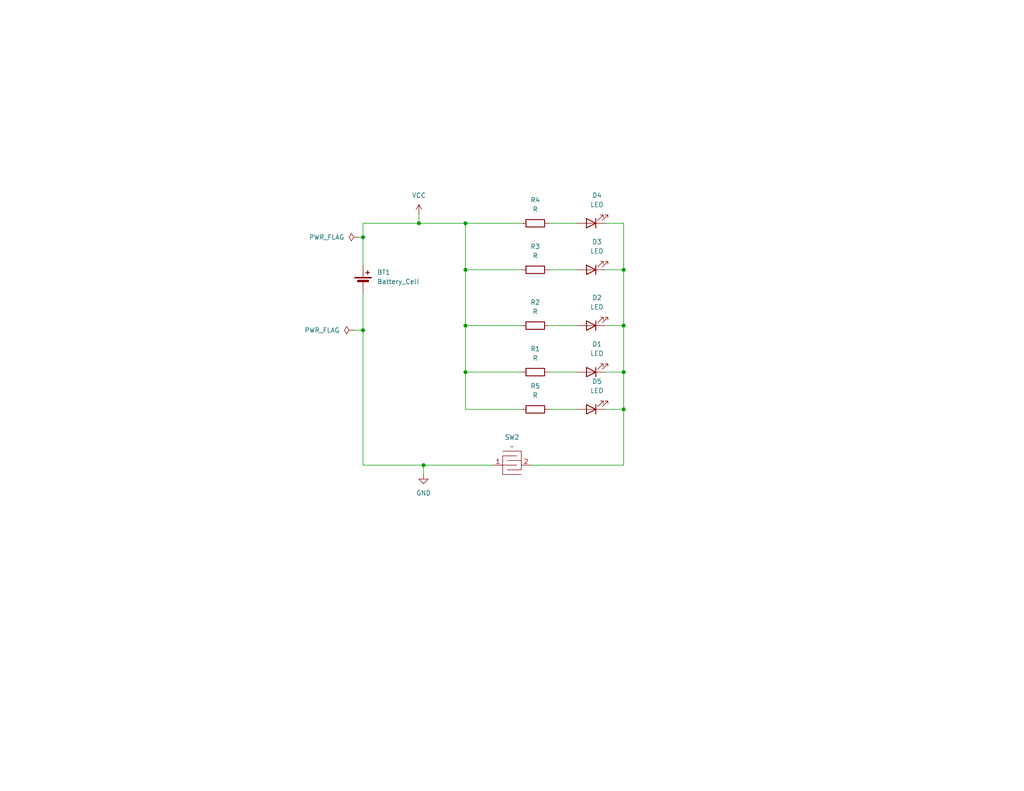
<source format=kicad_sch>
(kicad_sch (version 20250114) (generator "eeschema") (generator_version "9.0")
  (paper "A")
  (title_block (title "Mass") (date "2025-07-16") (rev "0") (company "Scarab Tech LLC"))
  (lib_symbols
    (symbol "Device:Battery_Cell" (pin_numbers (hide yes)) (pin_names (offset 0) (hide yes))
      (property "Reference" "BT" (at 2.54 2.54 0))
      (property "Value" "Battery_Cell" (at 2.54 0 0))
      (symbol "Battery_Cell_0_1"
        (rectangle (start -2.286 1.778) (end 2.286 1.524) (fill (type outline)))
        (rectangle (start -1.524 1.016) (end 1.524 0.508) (fill (type outline)))
        (polyline (pts (xy 0 1.778) (xy 0 2.54)))
        (polyline (pts (xy 0 0.762) (xy 0 0)))
        (polyline (pts (xy 0.762 3.048) (xy 1.778 3.048)) (stroke (width 0.254)))
        (polyline (pts (xy 1.27 3.556) (xy 1.27 2.54)) (stroke (width 0.254)))
      )
      (symbol "Battery_Cell_1_1"
        (pin passive line (at 0 5.08 270) (length 2.54) (name "+") (number "1"))
        (pin passive line (at 0 -2.54 90) (length 2.54) (name "-") (number "2"))
      )
    )
    (symbol "Device:LED" (pin_numbers (hide yes)) (pin_names (offset 1.016) (hide yes))
      (property "Reference" "D" (at 0 2.54 0))
      (property "Value" "LED" (at 0 -2.54 0))
      (symbol "LED_0_1"
        (polyline (pts (xy -3.048 -0.762) (xy -4.572 -2.286) (xy -3.81 -2.286) (xy -4.572 -2.286) (xy -4.572 -1.524)))
        (polyline (pts (xy -1.778 -0.762) (xy -3.302 -2.286) (xy -2.54 -2.286) (xy -3.302 -2.286) (xy -3.302 -1.524)))
        (polyline (pts (xy -1.27 0) (xy 1.27 0)))
        (polyline (pts (xy -1.27 -1.27) (xy -1.27 1.27)) (stroke (width 0.254)))
        (polyline (pts (xy 1.27 -1.27) (xy 1.27 1.27) (xy -1.27 0) (xy 1.27 -1.27)) (stroke (width 0.254)))
      )
      (symbol "LED_1_1"
        (pin passive line (at -3.81 0 0) (length 2.54) (name "K") (number "1"))
        (pin passive line (at 3.81 0 180) (length 2.54) (name "A") (number "2"))
      )
    )
    (symbol "Device:R" (pin_numbers (hide yes)) (pin_names (offset 0))
      (property "Reference" "R" (at 2.032 0 90))
      (property "Value" "R" (at 0 0 90))
      (symbol "R_0_1"
        (rectangle (start -1.016 -2.54) (end 1.016 2.54) (stroke (width 0.254)))
      )
      (symbol "R_1_1"
        (pin passive line (at 0 3.81 270) (length 1.27) (name "~") (number "1"))
        (pin passive line (at 0 -3.81 90) (length 1.27) (name "~") (number "2"))
      )
    )
    (symbol "Touch_Switch_1" (pin_names (hide yes))
      (property "Reference" "SW" (at 0 4.572 0))
      (symbol "Touch_Switch_1_0_1"
        (polyline (pts (xy -2.54 0) (xy 1.27 0)))
        (polyline (pts (xy -2.54 0) (xy -2.54 2.54) (xy 1.27 2.54)))
        (polyline (pts (xy -2.54 0) (xy -2.54 -2.54) (xy 2.54 -2.54)))
        (polyline (pts (xy 2.54 1.27) (xy 2.54 3.81) (xy -2.54 3.81)))
        (polyline (pts (xy 2.54 0) (xy 2.54 1.27) (xy -1.27 1.27)))
        (polyline (pts (xy 2.54 0) (xy 2.54 -1.27) (xy -1.27 -1.27)))
      )
      (symbol "Touch_Switch_1_1_1"
        (pin passive line (at -5.08 0 0) (length 2.54) (name "A") (number "1"))
        (pin passive line (at 5.08 0 180) (length 2.54) (name "B") (number "2"))
      )
    )
    (symbol "power:GND" (power) (pin_numbers (hide yes)) (pin_names (offset 0) (hide yes))
      (property "Value" "GND" (at 0 -3.81 0))
      (symbol "GND_0_1"
        (polyline (pts (xy 0 0) (xy 0 -1.27) (xy 1.27 -1.27) (xy 0 -2.54) (xy -1.27 -1.27) (xy 0 -1.27)))
      )
      (symbol "GND_1_1"
        (pin power_in line (at 0 0 270) (length 0) (name "~") (number "1"))
      )
    )
    (symbol "power:PWR_FLAG" (power) (pin_numbers (hide yes)) (pin_names (offset 0) (hide yes))
      (property "Value" "PWR_FLAG" (at 0 3.81 0))
      (symbol "PWR_FLAG_0_0"
        (pin power_out line (at 0 0 90) (length 0) (name "~") (number "1"))
      )
      (symbol "PWR_FLAG_0_1"
        (polyline (pts (xy 0 0) (xy 0 1.27) (xy -1.016 1.905) (xy 0 2.54) (xy 1.016 1.905) (xy 0 1.27)))
      )
    )
    (symbol "power:VCC" (power) (pin_numbers (hide yes)) (pin_names (offset 0) (hide yes))
      (property "Value" "VCC" (at 0 3.556 0))
      (symbol "VCC_0_1"
        (polyline (pts (xy -0.762 1.27) (xy 0 2.54)))
        (polyline (pts (xy 0 2.54) (xy 0.762 1.27)))
        (polyline (pts (xy 0 0) (xy 0 2.54)))
      )
      (symbol "VCC_1_1"
        (pin power_in line (at 0 0 90) (length 0) (name "~") (number "1"))
      )
    )
  )
  (junction (at 170.18 101.6))
  (junction (at 127 60.96))
  (junction (at 127 73.66))
  (junction (at 170.18 73.66))
  (junction (at 99.06 64.77))
  (junction (at 114.3 60.96))
  (junction (at 99.06 90.17))
  (junction (at 170.18 88.9))
  (junction (at 127 101.6))
  (junction (at 170.18 111.76))
  (junction (at 115.57 127))
  (junction (at 127 88.9))
  (wire (pts (xy 170.18 101.6) (xy 170.18 111.76)))
  (wire (pts (xy 170.18 88.9) (xy 165.1 88.9)))
  (wire (pts (xy 115.57 127) (xy 115.57 129.54)))
  (wire (pts (xy 114.3 60.96) (xy 127 60.96)))
  (wire (pts (xy 97.79 64.77) (xy 99.06 64.77)))
  (wire (pts (xy 127 88.9) (xy 127 73.66)))
  (wire (pts (xy 142.24 101.6) (xy 127 101.6)))
  (wire (pts (xy 149.86 73.66) (xy 157.48 73.66)))
  (wire (pts (xy 170.18 127) (xy 144.78 127)))
  (wire (pts (xy 149.86 111.76) (xy 157.48 111.76)))
  (wire (pts (xy 99.06 72.39) (xy 99.06 64.77)))
  (wire (pts (xy 127 101.6) (xy 127 88.9)))
  (wire (pts (xy 99.06 127) (xy 99.06 90.17)))
  (wire (pts (xy 127 111.76) (xy 127 101.6)))
  (wire (pts (xy 170.18 73.66) (xy 170.18 88.9)))
  (wire (pts (xy 99.06 60.96) (xy 114.3 60.96)))
  (wire (pts (xy 127 73.66) (xy 127 60.96)))
  (wire (pts (xy 149.86 101.6) (xy 157.48 101.6)))
  (wire (pts (xy 115.57 127) (xy 134.62 127)))
  (wire (pts (xy 149.86 88.9) (xy 157.48 88.9)))
  (wire (pts (xy 170.18 60.96) (xy 165.1 60.96)))
  (wire (pts (xy 170.18 111.76) (xy 170.18 127)))
  (wire (pts (xy 170.18 101.6) (xy 165.1 101.6)))
  (wire (pts (xy 149.86 60.96) (xy 157.48 60.96)))
  (wire (pts (xy 142.24 111.76) (xy 127 111.76)))
  (wire (pts (xy 99.06 90.17) (xy 99.06 80.01)))
  (wire (pts (xy 114.3 58.42) (xy 114.3 60.96)))
  (wire (pts (xy 170.18 60.96) (xy 170.18 73.66)))
  (wire (pts (xy 99.06 127) (xy 115.57 127)))
  (wire (pts (xy 142.24 73.66) (xy 127 73.66)))
  (wire (pts (xy 127 60.96) (xy 142.24 60.96)))
  (wire (pts (xy 170.18 73.66) (xy 165.1 73.66)))
  (wire (pts (xy 142.24 88.9) (xy 127 88.9)))
  (wire (pts (xy 96.52 90.17) (xy 99.06 90.17)))
  (wire (pts (xy 99.06 64.77) (xy 99.06 60.96)))
  (wire (pts (xy 170.18 88.9) (xy 170.18 101.6)))
  (wire (pts (xy 170.18 111.76) (xy 165.1 111.76)))
  (symbol (lib_name "Touch_Switch_1") (lib_id "touchswitch:Touch_Switch") (at 139.7 127 0) (unit 1)
    (property "Reference" "SW2" (at 139.7 119.38 0))
    (property "Value" "~" (at 139.7 121.92 0))
    (property "Footprint" "touchswitch:Touch_Switch" (effects (hide yes)))
  )
  (symbol (lib_id "power:PWR_FLAG") (at 96.52 90.17 90) (unit 1)
    (property "Reference" "#FLG02" (effects (hide yes)))
    (property "Value" "PWR_FLAG" (at 92.71 90.1699 90) (effects (justify left)))
    (property "Description" "Special symbol for telling ERC where power comes from" (effects (hide yes)))
  )
  (symbol (lib_id "Device:R") (at 146.05 88.9 90) (unit 1)
    (property "Reference" "R2" (at 146.05 82.55 90))
    (property "Value" "R" (at 146.05 85.09 90))
    (property "Footprint" "Resistor_SMD:R_0603_1608Metric_Pad0.98x0.95mm_HandSolder" (effects (hide yes)))
    (property "Description" "Resistor" (effects (hide yes)))
  )
  (symbol (lib_id "Device:LED") (at 161.29 60.96 180) (unit 1)
    (property "Reference" "D4" (at 162.8775 53.34 0))
    (property "Value" "LED" (at 162.8775 55.88 0))
    (property "Footprint" "LED_SMD:LED_0603_1608Metric_Pad1.05x0.95mm_HandSolder" (effects (hide yes)))
    (property "Description" "Light emitting diode" (effects (hide yes)))
    (property "Sim.Pins" "1=K 2=A" (effects (hide yes)))
  )
  (symbol (lib_id "Device:Battery_Cell") (at 99.06 77.47 0) (unit 1)
    (property "Reference" "BT1" (at 102.87 74.3584 0) (effects (justify left)))
    (property "Value" "Battery_Cell" (at 102.87 76.8984 0) (effects (justify left)))
    (property "Footprint" "Battery:BatteryHolder_Keystone_3034_1x20mm" (effects (hide yes)))
    (property "Description" "Single-cell battery" (effects (hide yes)))
  )
  (symbol (lib_id "Device:R") (at 146.05 111.76 90) (unit 1)
    (property "Reference" "R5" (at 146.05 105.41 90))
    (property "Value" "R" (at 146.05 107.95 90))
    (property "Footprint" "Resistor_SMD:R_0603_1608Metric_Pad0.98x0.95mm_HandSolder" (effects (hide yes)))
    (property "Description" "Resistor" (effects (hide yes)))
  )
  (symbol (lib_id "Device:LED") (at 161.29 101.6 180) (unit 1)
    (property "Reference" "D1" (at 162.8775 93.98 0))
    (property "Value" "LED" (at 162.8775 96.52 0))
    (property "Footprint" "LED_SMD:LED_0603_1608Metric_Pad1.05x0.95mm_HandSolder" (effects (hide yes)))
    (property "Description" "Light emitting diode" (effects (hide yes)))
    (property "Sim.Pins" "1=K 2=A" (effects (hide yes)))
  )
  (symbol (lib_id "Device:LED") (at 161.29 88.9 180) (unit 1)
    (property "Reference" "D2" (at 162.8775 81.28 0))
    (property "Value" "LED" (at 162.8775 83.82 0))
    (property "Footprint" "LED_SMD:LED_0603_1608Metric_Pad1.05x0.95mm_HandSolder" (effects (hide yes)))
    (property "Description" "Light emitting diode" (effects (hide yes)))
    (property "Sim.Pins" "1=K 2=A" (effects (hide yes)))
  )
  (symbol (lib_id "Device:LED") (at 161.29 73.66 180) (unit 1)
    (property "Reference" "D3" (at 162.8775 66.04 0))
    (property "Value" "LED" (at 162.8775 68.58 0))
    (property "Footprint" "LED_SMD:LED_0603_1608Metric_Pad1.05x0.95mm_HandSolder" (effects (hide yes)))
    (property "Description" "Light emitting diode" (effects (hide yes)))
    (property "Sim.Pins" "1=K 2=A" (effects (hide yes)))
  )
  (symbol (lib_id "power:VCC") (at 114.3 58.42 0) (unit 1)
    (property "Reference" "#PWR01" (effects (hide yes)))
    (property "Value" "VCC" (at 114.3 53.34 0))
    (property "Description" "Power symbol creates a global label with name \"VCC\"" (effects (hide yes)))
  )
  (symbol (lib_id "Device:LED") (at 161.29 111.76 180) (unit 1)
    (property "Reference" "D5" (at 162.8775 104.14 0))
    (property "Value" "LED" (at 162.8775 106.68 0))
    (property "Footprint" "LED_SMD:LED_0603_1608Metric_Pad1.05x0.95mm_HandSolder" (effects (hide yes)))
    (property "Description" "Light emitting diode" (effects (hide yes)))
    (property "Sim.Pins" "1=K 2=A" (effects (hide yes)))
  )
  (symbol (lib_id "power:GND") (at 115.57 129.54 0) (unit 1)
    (property "Reference" "#PWR02" (effects (hide yes)))
    (property "Value" "GND" (at 115.57 134.62 0))
    (property "Description" "Power symbol creates a global label with name \"GND\" , ground" (effects (hide yes)))
  )
  (symbol (lib_id "Device:R") (at 146.05 60.96 90) (unit 1)
    (property "Reference" "R4" (at 146.05 54.61 90))
    (property "Value" "R" (at 146.05 57.15 90))
    (property "Footprint" "Resistor_SMD:R_0603_1608Metric_Pad0.98x0.95mm_HandSolder" (effects (hide yes)))
    (property "Description" "Resistor" (effects (hide yes)))
  )
  (symbol (lib_id "Device:R") (at 146.05 73.66 90) (unit 1)
    (property "Reference" "R3" (at 146.05 67.31 90))
    (property "Value" "R" (at 146.05 69.85 90))
    (property "Footprint" "Resistor_SMD:R_0603_1608Metric_Pad0.98x0.95mm_HandSolder" (effects (hide yes)))
    (property "Description" "Resistor" (effects (hide yes)))
  )
  (symbol (lib_id "power:PWR_FLAG") (at 97.79 64.77 90) (unit 1)
    (property "Reference" "#FLG01" (effects (hide yes)))
    (property "Value" "PWR_FLAG" (at 93.98 64.7699 90) (effects (justify left)))
    (property "Description" "Special symbol for telling ERC where power comes from" (effects (hide yes)))
  )
  (symbol (lib_id "Device:R") (at 146.05 101.6 90) (unit 1)
    (property "Reference" "R1" (at 146.05 95.25 90))
    (property "Value" "R" (at 146.05 97.79 90))
    (property "Footprint" "Resistor_SMD:R_0603_1608Metric_Pad0.98x0.95mm_HandSolder" (effects (hide yes)))
    (property "Description" "Resistor" (effects (hide yes)))
  )
)
</source>
